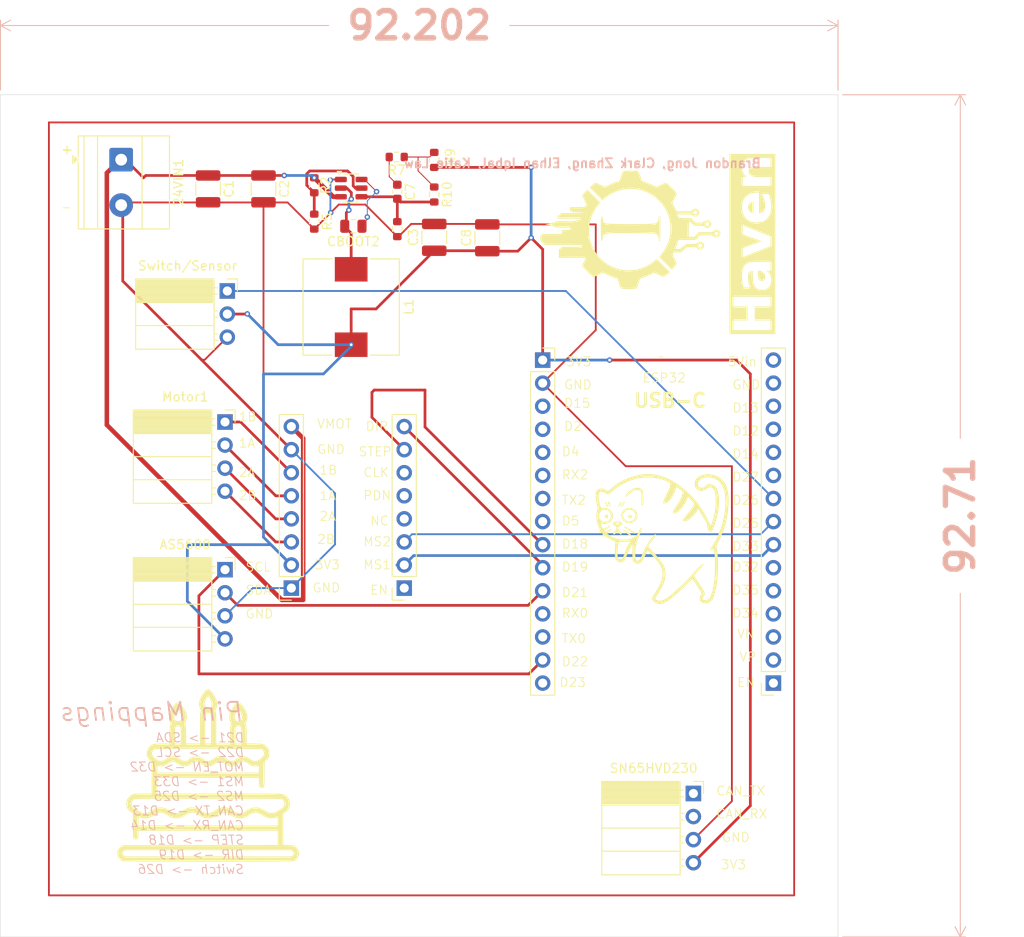
<source format=kicad_pcb>
(kicad_pcb (version 20241229) (generator "pcbnew") (generator_version "9.0")
  (layers (0 "F.Cu" signal) (2 "B.Cu" signal) (13 "F.Paste" user) (15 "B.Paste" user) (5 "F.SilkS" user "F.Silkscreen") (7 "B.SilkS" user "B.Silkscreen") (1 "F.Mask" user) (3 "B.Mask" user) (25 "Edge.Cuts" user))
  (net 0 "")
  (net 1 "GND")
  (net 2 "/ESP32+CAN+TMC2208/+24V_PROT")
  (net 3 "/ESP32+CAN+TMC2208/3V3")
  (net 4 "/ESP32+CAN+TMC2208/D21 (SDA)")
  (net 5 "/ESP32+CAN+TMC2208/D22 (SCL)")
  (net 6 "/ESP32+CAN+TMC2208/FB")
  (net 7 "Net-(C7-Pad1)")
  (net 8 "Net-(U1-BOOT)")
  (net 9 "/ESP32+CAN+TMC2208/SW")
  (net 10 "/ESP32+CAN+TMC2208/DIR")
  (net 12 "/ESP32+CAN+TMC2208/STEP")
  (net 13 "/ESP32+CAN+TMC2208/MOTOR_EN")
  (net 14 "/ESP32+CAN+TMC2208/MS2")
  (net 15 "/ESP32+CAN+TMC2208/CAN_TX")
  (net 16 "/ESP32+CAN+TMC2208/CAN_RX")
  (net 17 "/ESP32+CAN+TMC2208/2B")
  (net 18 "/ESP32+CAN+TMC2208/1B")
  (net 19 "/ESP32+CAN+TMC2208/2A")
  (net 20 "/ESP32+CAN+TMC2208/1A")
  (net 21 "/ESP32+CAN+TMC2208/EN")
  (net 22 "Net-(R10-Pad1)")
  (net 23 "/ESP32+CAN+TMC2208/CLK")
  (net 24 "/ESP32+CAN+TMC2208/PDN")
  (net 25 "/ESP32+CAN+TMC2208/NC")
  (net 29 "/ESP32+CAN+TMC2208/D26")
  (net 33 "/ESP32+CAN+TMC2208/MS1")
  (net 47 "/ESP32+CAN+TMC2208/MOT_EN")
  (footprint "Resistor_SMD:R_0603_1608Metric" (layer "F.Cu") (at 88.392 77.025 -90)
    (property "Reference" "R2" (at 0 -1.27 90) (layer "F.SilkS"))
    (property "Value" "511k")
    (pad "1" smd roundrect (at -0.825 0 270) (size 0.8 0.95) (layers "F.Cu" "F.Mask" "F.Paste") (net 2 "/ESP32+CAN+TMC2208/+24V_PROT"))
    (pad "2" smd roundrect (at 0.825 0 270) (size 0.8 0.95) (layers "F.Cu" "F.Mask" "F.Paste") (net 21 "/ESP32+CAN+TMC2208/EN"))
  )
  (footprint "Inductor_SMD:L_10.4x10.4_H4.8" (layer "F.Cu") (at 92.456 90.424 -90)
    (property "Reference" "L1" (at 0 -6.35 270) (layer "F.SilkS"))
    (property "Value" "10uH")
    (pad "1" smd rect (at -4.15 0 270) (size 2.7 3.6) (layers "F.Cu" "F.Mask" "F.Paste") (net 9 "/ESP32+CAN+TMC2208/SW"))
    (pad "2" smd rect (at 4.15 0 270) (size 2.7 3.6) (layers "F.Cu" "F.Mask" "F.Paste") (net 3 "/ESP32+CAN+TMC2208/3V3"))
  )
  (footprint "TerminalBlock_Phoenix:TerminalBlock_Phoenix_MKDS-1,5-2_1x02_P5.00mm_Horizontal" (layer "F.Cu") (at 67.1375 74.208 -90)
    (property "Reference" "24VIN1" (at 2.5 -6.32 90) (layer "F.SilkS"))
    (property "Value" "Conn_01x02")
    (pad "1" thru_hole roundrect (at 0 0 270) (size 2.6 2.6) (drill 1.3) (layers "*.Cu" "*.Mask") (roundrect_rratio 0.096154) (net 2 "/ESP32+CAN+TMC2208/+24V_PROT"))
    (pad "2" thru_hole circle (at 5 0 270) (size 2.6 2.6) (drill 1.3) (layers "*.Cu" "*.Mask") (net 1 "GND"))
  )
  (footprint "Resistor_SMD:R_0603_1608Metric" (layer "F.Cu") (at 97.536 81.851 -90)
    (property "Reference" "R8" (hide yes))
    (property "Value" "22.1k")
    (pad "1" smd roundrect (at -0.825 0 270) (size 0.8 0.95) (layers "F.Cu" "F.Mask" "F.Paste") (net 6 "/ESP32+CAN+TMC2208/FB"))
    (pad "2" smd roundrect (at 0.825 0 270) (size 0.8 0.95) (layers "F.Cu" "F.Mask" "F.Paste") (net 1 "GND"))
  )
  (footprint "Connector_PinSocket_2.54mm:PinSocket_1x04_P2.54mm_Horizontal" (layer "F.Cu") (at 78.568 103.084)
    (property "Reference" "Motor1" (at -4.38 -2.77 0) (layer "F.SilkS"))
    (property "Value" "Conn_01x04_Socket" (hide yes))
    (pad "1" thru_hole rect (at 0 0) (size 1.7 1.7) (drill 1) (layers "*.Cu" "*.Mask") (net 18 "/ESP32+CAN+TMC2208/1B"))
    (pad "2" thru_hole circle (at 0 2.54) (size 1.7 1.7) (drill 1) (layers "*.Cu" "*.Mask") (net 20 "/ESP32+CAN+TMC2208/1A"))
    (pad "3" thru_hole circle (at 0 5.08) (size 1.7 1.7) (drill 1) (layers "*.Cu" "*.Mask") (net 19 "/ESP32+CAN+TMC2208/2A"))
    (pad "4" thru_hole circle (at 0 7.62) (size 1.7 1.7) (drill 1) (layers "*.Cu" "*.Mask") (net 17 "/ESP32+CAN+TMC2208/2B"))
  )
  (footprint "Resistor_SMD:R_0603_1608Metric" (layer "F.Cu") (at 101.6 78.041 -90)
    (property "Reference" "R10" (at 0 -1.43 90) (layer "F.SilkS"))
    (property "Value" "100k")
    (pad "1" smd roundrect (at -0.825 0 270) (size 0.8 0.95) (layers "F.Cu" "F.Mask" "F.Paste") (net 22 "Net-(R10-Pad1)"))
    (pad "2" smd roundrect (at 0.825 0 270) (size 0.8 0.95) (layers "F.Cu" "F.Mask" "F.Paste") (net 6 "/ESP32+CAN+TMC2208/FB"))
  )
  (footprint "Connector_PinSocket_2.54mm:PinSocket_1x15_P2.54mm_Vertical" (layer "F.Cu") (at 138.938 131.826 180)
    (property "Reference" "J1" (hide yes))
    (property "Value" "Conn_01x15_Socket" (hide yes))
    (pad "1" thru_hole rect (at 0 0 180) (size 1.7 1.7) (drill 1) (layers "*.Cu" "*.Mask"))
    (pad "2" thru_hole circle (at 0 2.54 180) (size 1.7 1.7) (drill 1) (layers "*.Cu" "*.Mask"))
    (pad "3" thru_hole circle (at 0 5.08 180) (size 1.7 1.7) (drill 1) (layers "*.Cu" "*.Mask"))
    (pad "4" thru_hole circle (at 0 7.62 180) (size 1.7 1.7) (drill 1) (layers "*.Cu" "*.Mask"))
    (pad "5" thru_hole circle (at 0 10.16 180) (size 1.7 1.7) (drill 1) (layers "*.Cu" "*.Mask"))
    (pad "6" thru_hole circle (at 0 12.7 180) (size 1.7 1.7) (drill 1) (layers "*.Cu" "*.Mask") (net 13 "/ESP32+CAN+TMC2208/MOTOR_EN"))
    (pad "7" thru_hole circle (at 0 15.24 180) (size 1.7 1.7) (drill 1) (layers "*.Cu" "*.Mask") (net 33 "/ESP32+CAN+TMC2208/MS1"))
    (pad "8" thru_hole circle (at 0 17.78 180) (size 1.7 1.7) (drill 1) (layers "*.Cu" "*.Mask") (net 14 "/ESP32+CAN+TMC2208/MS2"))
    (pad "9" thru_hole circle (at 0 20.32 180) (size 1.7 1.7) (drill 1) (layers "*.Cu" "*.Mask") (net 29 "/ESP32+CAN+TMC2208/D26"))
    (pad "10" thru_hole circle (at 0 22.86 180) (size 1.7 1.7) (drill 1) (layers "*.Cu" "*.Mask"))
    (pad "11" thru_hole circle (at 0 25.4 180) (size 1.7 1.7) (drill 1) (layers "*.Cu" "*.Mask") (net 16 "/ESP32+CAN+TMC2208/CAN_RX"))
    (pad "12" thru_hole circle (at 0 27.94 180) (size 1.7 1.7) (drill 1) (layers "*.Cu" "*.Mask"))
    (pad "13" thru_hole circle (at 0 30.48 180) (size 1.7 1.7) (drill 1) (layers "*.Cu" "*.Mask") (net 15 "/ESP32+CAN+TMC2208/CAN_TX"))
    (pad "14" thru_hole circle (at 0 33.02 180) (size 1.7 1.7) (drill 1) (layers "*.Cu" "*.Mask"))
    (pad "15" thru_hole circle (at 0 35.56 180) (size 1.7 1.7) (drill 1) (layers "*.Cu" "*.Mask"))
  )
  (footprint "Connector_PinSocket_2.54mm:PinSocket_1x08_P2.54mm_Vertical" (layer "F.Cu") (at 98.298 121.366749 180)
    (property "Reference" "TMC2208_IO1" (hide yes))
    (property "Value" "Conn_01x08_Socket" (hide yes))
    (pad "1" thru_hole rect (at 0 0 180) (size 1.7 1.7) (drill 1) (layers "*.Cu" "*.Mask") (net 47 "/ESP32+CAN+TMC2208/MOT_EN"))
    (pad "2" thru_hole circle (at 0 2.54 180) (size 1.7 1.7) (drill 1) (layers "*.Cu" "*.Mask") (net 33 "/ESP32+CAN+TMC2208/MS1"))
    (pad "3" thru_hole circle (at 0 5.08 180) (size 1.7 1.7) (drill 1) (layers "*.Cu" "*.Mask") (net 14 "/ESP32+CAN+TMC2208/MS2"))
    (pad "4" thru_hole circle (at 0 7.62 180) (size 1.7 1.7) (drill 1) (layers "*.Cu" "*.Mask") (net 25 "/ESP32+CAN+TMC2208/NC"))
    (pad "5" thru_hole circle (at 0 10.16 180) (size 1.7 1.7) (drill 1) (layers "*.Cu" "*.Mask") (net 24 "/ESP32+CAN+TMC2208/PDN"))
    (pad "6" thru_hole circle (at 0 12.7 180) (size 1.7 1.7) (drill 1) (layers "*.Cu" "*.Mask") (net 23 "/ESP32+CAN+TMC2208/CLK"))
    (pad "7" thru_hole circle (at 0 15.24 180) (size 1.7 1.7) (drill 1) (layers "*.Cu" "*.Mask") (net 12 "/ESP32+CAN+TMC2208/STEP"))
    (pad "8" thru_hole circle (at 0 17.78 180) (size 1.7 1.7) (drill 1) (layers "*.Cu" "*.Mask") (net 10 "/ESP32+CAN+TMC2208/DIR"))
  )
  (footprint "Connector_PinSocket_2.54mm:PinSocket_1x08_P2.54mm_Vertical" (layer "F.Cu") (at 85.871523 121.366749 180)
    (property "Reference" "TMC2208_PWR1" (hide yes))
    (property "Value" "Conn_01x08_Socket" (hide yes))
    (pad "1" thru_hole rect (at 0 0 180) (size 1.7 1.7) (drill 1) (layers "*.Cu" "*.Mask") (net 1 "GND"))
    (pad "2" thru_hole circle (at 0 2.54 180) (size 1.7 1.7) (drill 1) (layers "*.Cu" "*.Mask") (net 3 "/ESP32+CAN+TMC2208/3V3"))
    (pad "3" thru_hole circle (at 0 5.08 180) (size 1.7 1.7) (drill 1) (layers "*.Cu" "*.Mask") (net 17 "/ESP32+CAN+TMC2208/2B"))
    (pad "4" thru_hole circle (at 0 7.62 180) (size 1.7 1.7) (drill 1) (layers "*.Cu" "*.Mask") (net 19 "/ESP32+CAN+TMC2208/2A"))
    (pad "5" thru_hole circle (at 0 10.16 180) (size 1.7 1.7) (drill 1) (layers "*.Cu" "*.Mask") (net 20 "/ESP32+CAN+TMC2208/1A"))
    (pad "6" thru_hole circle (at 0 12.7 180) (size 1.7 1.7) (drill 1) (layers "*.Cu" "*.Mask") (net 18 "/ESP32+CAN+TMC2208/1B"))
    (pad "7" thru_hole circle (at 0 15.24 180) (size 1.7 1.7) (drill 1) (layers "*.Cu" "*.Mask") (net 1 "GND"))
    (pad "8" thru_hole circle (at 0 17.78 180) (size 1.7 1.7) (drill 1) (layers "*.Cu" "*.Mask") (net 2 "/ESP32+CAN+TMC2208/+24V_PROT"))
  )
  (footprint "Capacitor_SMD:C_1210_3225Metric" (layer "F.Cu") (at 82.804 77.421 -90)
    (property "Reference" "C2" (at 0 -2.3 90) (layer "F.SilkS"))
    (property "Value" "0.1uF")
    (pad "1" smd roundrect (at -1.475 0 270) (size 1.15 2.7) (layers "F.Cu" "F.Mask" "F.Paste") (roundrect_rratio 0.217391) (net 2 "/ESP32+CAN+TMC2208/+24V_PROT"))
    (pad "2" smd roundrect (at 1.475 0 270) (size 1.15 2.7) (layers "F.Cu" "F.Mask" "F.Paste") (roundrect_rratio 0.217391) (net 1 "GND"))
  )
  (footprint "logos:cake_icon" (layer "F.Cu") (at 76.708 141.986)
    (property "Reference" "G***" (hide yes))
    (property "Value" "LOGO" (hide yes))
  )
  (footprint "Connector_PinSocket_2.54mm:PinSocket_1x04_P2.54mm_Horizontal" (layer "F.Cu") (at 78.568 119.34)
    (property "Reference" "AS5600" (at -4.38 -2.77 0) (layer "F.SilkS"))
    (property "Value" "Conn_01x04_Socket" (hide yes))
    (pad "1" thru_hole rect (at 0 0) (size 1.7 1.7) (drill 1) (layers "*.Cu" "*.Mask") (net 5 "/ESP32+CAN+TMC2208/D22 (SCL)"))
    (pad "2" thru_hole circle (at 0 2.54) (size 1.7 1.7) (drill 1) (layers "*.Cu" "*.Mask") (net 4 "/ESP32+CAN+TMC2208/D21 (SDA)"))
    (pad "3" thru_hole circle (at 0 5.08) (size 1.7 1.7) (drill 1) (layers "*.Cu" "*.Mask") (net 1 "GND"))
    (pad "4" thru_hole circle (at 0 7.62) (size 1.7 1.7) (drill 1) (layers "*.Cu" "*.Mask") (net 3 "/ESP32+CAN+TMC2208/3V3"))
  )
  (footprint "Package_TO_SOT_SMD:SOT-23-6" (layer "F.Cu") (at 92.456 77.3375)
    (property "Reference" "U1" (hide yes))
    (property "Value" "TPS54308" (hide yes))
    (pad "1" smd roundrect (at -1.1375 -0.95) (size 1.325 0.6) (layers "F.Cu" "F.Mask" "F.Paste") (net 1 "GND"))
    (pad "2" smd roundrect (at -1.1375 0) (size 1.325 0.6) (layers "F.Cu" "F.Mask" "F.Paste") (net 9 "/ESP32+CAN+TMC2208/SW"))
    (pad "3" smd roundrect (at -1.1375 0.95) (size 1.325 0.6) (layers "F.Cu" "F.Mask" "F.Paste") (net 2 "/ESP32+CAN+TMC2208/+24V_PROT"))
    (pad "4" smd roundrect (at 1.1375 0.95) (size 1.325 0.6) (layers "F.Cu" "F.Mask" "F.Paste") (net 6 "/ESP32+CAN+TMC2208/FB"))
    (pad "5" smd roundrect (at 1.1375 0) (size 1.325 0.6) (layers "F.Cu" "F.Mask" "F.Paste") (net 21 "/ESP32+CAN+TMC2208/EN"))
    (pad "6" smd roundrect (at 1.1375 -0.95) (size 1.325 0.6) (layers "F.Cu" "F.Mask" "F.Paste") (net 8 "Net-(U1-BOOT)"))
  )
  (footprint "Capacitor_SMD:C_1210_3225Metric" (layer "F.Cu") (at 76.708 77.421 -90)
    (property "Reference" "C1" (at 0 -2.3 90) (layer "F.SilkS"))
    (property "Value" "2.2uF")
    (pad "1" smd roundrect (at -1.475 0 270) (size 1.15 2.7) (layers "F.Cu" "F.Mask" "F.Paste") (roundrect_rratio 0.217391) (net 2 "/ESP32+CAN+TMC2208/+24V_PROT"))
    (pad "2" smd roundrect (at 1.475 0 270) (size 1.15 2.7) (layers "F.Cu" "F.Mask" "F.Paste") (roundrect_rratio 0.217391) (net 1 "GND"))
  )
  (footprint "logos:cat" (layer "F.Cu") (at 126.746 116.078)
    (property "Reference" "G***" (hide yes))
    (property "Value" "LOGO" (hide yes))
  )
  (footprint "Resistor_SMD:R_0603_1608Metric" (layer "F.Cu") (at 101.6 74.231 90)
    (property "Reference" "R9" (at 0.317 1.778 90) (layer "F.SilkS"))
    (property "Value" "49.9")
    (pad "1" smd roundrect (at -0.825 0 90) (size 0.8 0.95) (layers "F.Cu" "F.Mask" "F.Paste") (net 3 "/ESP32+CAN+TMC2208/3V3"))
    (pad "2" smd roundrect (at 0.825 0 90) (size 0.8 0.95) (layers "F.Cu" "F.Mask" "F.Paste") (net 22 "Net-(R10-Pad1)"))
  )
  (footprint "Connector_PinSocket_2.54mm:PinSocket_1x04_P2.54mm_Horizontal" (layer "F.Cu") (at 130.13 143.978)
    (property "Reference" "SN65HVD230" (at -4.38 -2.77 0) (layer "F.SilkS"))
    (property "Value" "Conn_01x04_Socket" (hide yes))
    (pad "1" thru_hole rect (at 0 0) (size 1.7 1.7) (drill 1) (layers "*.Cu" "*.Mask"))
    (pad "2" thru_hole circle (at 0 2.54) (size 1.7 1.7) (drill 1) (layers "*.Cu" "*.Mask"))
    (pad "3" thru_hole circle (at 0 5.08) (size 1.7 1.7) (drill 1) (layers "*.Cu" "*.Mask") (net 1 "GND"))
    (pad "4" thru_hole circle (at 0 7.62) (size 1.7 1.7) (drill 1) (layers "*.Cu" "*.Mask") (net 3 "/ESP32+CAN+TMC2208/3V3"))
  )
  (footprint "Resistor_SMD:R_0603_1608Metric" (layer "F.Cu") (at 88.392 81.026 -90)
    (property "Reference" "R5" (at 0 -1.43 90) (layer "F.SilkS"))
    (property "Value" "105k")
    (pad "1" smd roundrect (at -0.825 0 270) (size 0.8 0.95) (layers "F.Cu" "F.Mask" "F.Paste") (net 21 "/ESP32+CAN+TMC2208/EN"))
    (pad "2" smd roundrect (at 0.825 0 270) (size 0.8 0.95) (layers "F.Cu" "F.Mask" "F.Paste") (net 1 "GND"))
  )
  (footprint "logos:igen_logo" (layer "F.Cu") (at 123.19 81.788 90)
    (property "Reference" "G***" (hide yes))
    (property "Value" "LOGO" (hide yes))
  )
  (footprint "Capacitor_SMD:C_1210_3225Metric" (layer "F.Cu") (at 101.6 82.755 90)
    (property "Reference" "C3" (at 0 -2.3 90) (layer "F.SilkS"))
    (property "Value" "22uF")
    (pad "1" smd roundrect (at -1.475 0 90) (size 1.15 2.7) (layers "F.Cu" "F.Mask" "F.Paste") (roundrect_rratio 0.217391) (net 3 "/ESP32+CAN+TMC2208/3V3"))
    (pad "2" smd roundrect (at 1.475 0 90) (size 1.15 2.7) (layers "F.Cu" "F.Mask" "F.Paste") (roundrect_rratio 0.217391) (net 1 "GND"))
  )
  (footprint "Capacitor_SMD:C_0805_2012Metric" (layer "F.Cu") (at 92.697 81.534 180)
    (property "Reference" "CBOOT2" (at 0 -1.68 180) (layer "F.SilkS"))
    (property "Value" "100n")
    (pad "1" smd roundrect (at -0.95 0 180) (size 1 1.45) (layers "F.Cu" "F.Mask" "F.Paste") (net 8 "Net-(U1-BOOT)"))
    (pad "2" smd roundrect (at 0.95 0 180) (size 1 1.45) (layers "F.Cu" "F.Mask" "F.Paste") (net 9 "/ESP32+CAN+TMC2208/SW"))
  )
  (footprint "Resistor_SMD:R_0603_1608Metric" (layer "F.Cu") (at 97.473 73.914 180)
    (property "Reference" "R7" (at 0 -1.43 0) (layer "F.SilkS"))
    (property "Value" "2k")
    (pad "1" smd roundrect (at -0.825 0 180) (size 0.8 0.95) (layers "F.Cu" "F.Mask" "F.Paste") (net 22 "Net-(R10-Pad1)"))
    (pad "2" smd roundrect (at 0.825 0 180) (size 0.8 0.95) (layers "F.Cu" "F.Mask" "F.Paste") (net 7 "Net-(C7-Pad1)"))
  )
  (footprint "Connector_PinSocket_2.54mm:PinSocket_1x15_P2.54mm_Vertical" (layer "F.Cu") (at 113.538 96.266)
    (property "Reference" "J2" (hide yes))
    (property "Value" "Conn_01x15_Socket" (hide yes))
    (pad "1" thru_hole rect (at 0 0) (size 1.7 1.7) (drill 1) (layers "*.Cu" "*.Mask") (net 3 "/ESP32+CAN+TMC2208/3V3"))
    (pad "2" thru_hole circle (at 0 2.54) (size 1.7 1.7) (drill 1) (layers "*.Cu" "*.Mask") (net 1 "GND"))
    (pad "3" thru_hole circle (at 0 5.08) (size 1.7 1.7) (drill 1) (layers "*.Cu" "*.Mask"))
    (pad "4" thru_hole circle (at 0 7.62) (size 1.7 1.7) (drill 1) (layers "*.Cu" "*.Mask"))
    (pad "5" thru_hole circle (at 0 10.16) (size 1.7 1.7) (drill 1) (layers "*.Cu" "*.Mask"))
    (pad "6" thru_hole circle (at 0 12.7) (size 1.7 1.7) (drill 1) (layers "*.Cu" "*.Mask"))
    (pad "7" thru_hole circle (at 0 15.24) (size 1.7 1.7) (drill 1) (layers "*.Cu" "*.Mask"))
    (pad "8" thru_hole circle (at 0 17.78) (size 1.7 1.7) (drill 1) (layers "*.Cu" "*.Mask"))
    (pad "9" thru_hole circle (at 0 20.32) (size 1.7 1.7) (drill 1) (layers "*.Cu" "*.Mask") (net 12 "/ESP32+CAN+TMC2208/STEP"))
    (pad "10" thru_hole circle (at 0 22.86) (size 1.7 1.7) (drill 1) (layers "*.Cu" "*.Mask") (net 10 "/ESP32+CAN+TMC2208/DIR"))
    (pad "11" thru_hole circle (at 0 25.4) (size 1.7 1.7) (drill 1) (layers "*.Cu" "*.Mask") (net 4 "/ESP32+CAN+TMC2208/D21 (SDA)"))
    (pad "12" thru_hole circle (at 0 27.94) (size 1.7 1.7) (drill 1) (layers "*.Cu" "*.Mask"))
    (pad "13" thru_hole circle (at 0 30.48) (size 1.7 1.7) (drill 1) (layers "*.Cu" "*.Mask"))
    (pad "14" thru_hole circle (at 0 33.02) (size 1.7 1.7) (drill 1) (layers "*.Cu" "*.Mask") (net 5 "/ESP32+CAN+TMC2208/D22 (SCL)"))
    (pad "15" thru_hole circle (at 0 35.56) (size 1.7 1.7) (drill 1) (layers "*.Cu" "*.Mask"))
  )
  (footprint "Connector_PinSocket_2.54mm:PinSocket_1x03_P2.54mm_Horizontal" (layer "F.Cu") (at 78.822 88.661)
    (property "Reference" "Switch/Sensor" (at -4.38 -2.77 0) (layer "F.SilkS"))
    (property "Value" "Conn_01x03_Socket")
    (pad "1" thru_hole rect (at 0 0) (size 1.7 1.7) (drill 1) (layers "*.Cu" "*.Mask") (net 29 "/ESP32+CAN+TMC2208/D26"))
    (pad "2" thru_hole circle (at 0 2.54) (size 1.7 1.7) (drill 1) (layers "*.Cu" "*.Mask") (net 3 "/ESP32+CAN+TMC2208/3V3"))
    (pad "3" thru_hole circle (at 0 5.08) (size 1.7 1.7) (drill 1) (layers "*.Cu" "*.Mask") (net 1 "GND"))
  )
  (footprint "Capacitor_SMD:C_0603_1608Metric" (layer "F.Cu") (at 97.536 77.737 -90)
    (property "Reference" "C7" (at 0 -1.43 90) (layer "F.SilkS"))
    (property "Value" "75pF")
    (pad "1" smd roundrect (at -0.775 0 270) (size 0.9 0.95) (layers "F.Cu" "F.Mask" "F.Paste") (net 7 "Net-(C7-Pad1)"))
    (pad "2" smd roundrect (at 0.775 0 270) (size 0.9 0.95) (layers "F.Cu" "F.Mask" "F.Paste") (net 6 "/ESP32+CAN+TMC2208/FB"))
  )
  (footprint "Capacitor_SMD:C_1210_3225Metric" (layer "F.Cu") (at 107.442 82.804 90)
    (property "Reference" "C8" (at 0 -2.3 90) (layer "F.SilkS"))
    (property "Value" "22uF")
    (pad "1" smd roundrect (at -1.475 0 90) (size 1.15 2.7) (layers "F.Cu" "F.Mask" "F.Paste") (roundrect_rratio 0.217391) (net 3 "/ESP32+CAN+TMC2208/3V3"))
    (pad "2" smd roundrect (at 1.475 0 90) (size 1.15 2.7) (layers "F.Cu" "F.Mask" "F.Paste") (roundrect_rratio 0.217391) (net 1 "GND"))
  )
  (gr_rect (start 59.182 70.104) (end 141.224 155.194) (stroke (width 0.2)) (fill no) (layer "F.Cu"))
  (gr_rect (start 53.848 67.056) (end 146.05 159.766) (stroke (width 0.05)) (fill no) (layer "Edge.Cuts"))
  (gr_text "D18" (at 115.57 117.094 0) (layer "F.SilkS") (effects (font (size 1 1) (thickness 0.1)) (justify left bottom)))
  (gr_text "3V3" (at 133.096 152.4 0) (layer "F.SilkS") (effects (font (size 1 1) (thickness 0.1)) (justify left bottom)))
  (gr_text "D4" (at 115.57 106.934 0) (layer "F.SilkS") (effects (font (size 1 1) (thickness 0.1)) (justify left bottom)))
  (gr_text "STEP" (at 93.218 106.934 0) (layer "F.SilkS") (effects (font (size 1 1) (thickness 0.1)) (justify left bottom)))
  (gr_text "USB-C" (at 123.444 101.6 0) (layer "F.SilkS") (effects (font (size 1.5 1.5) (thickness 0.3) (bold yes)) (justify left bottom)))
  (gr_text "GND\n" (at 88.646 106.68 0) (layer "F.SilkS") (effects (font (size 1 1) (thickness 0.1)) (justify left bottom)))
  (gr_text "GND" (at 134.366 99.568 0) (layer "F.SilkS") (effects (font (size 1 1) (thickness 0.1)) (justify left bottom)))
  (gr_text "MS2" (at 93.726 116.84 0) (layer "F.SilkS") (effects (font (size 1 1) (thickness 0.1)) (justify left bottom)))
  (gr_text "D22" (at 115.57 130.048 0) (layer "F.SilkS") (effects (font (size 1 1) (thickness 0.1)) (justify left bottom)))
  (gr_text "D12" (at 134.366 104.648 0) (layer "F.SilkS") (effects (font (size 1 1) (thickness 0.1)) (justify left bottom)))
  (gr_text "D34" (at 134.366 124.714 0) (layer "F.SilkS") (effects (font (size 1 1) (thickness 0.1)) (justify left bottom)))
  (gr_text "GND" (at 88.138 121.92 0) (layer "F.SilkS") (effects (font (size 1 1) (thickness 0.1)) (justify left bottom)))
  (gr_text "3V3" (at 88.392 119.38 0) (layer "F.SilkS") (effects (font (size 1 1) (thickness 0.1)) (justify left bottom)))
  (gr_text "TX2" (at 115.57 112.268 0) (layer "F.SilkS") (effects (font (size 1 1) (thickness 0.1)) (justify left bottom)))
  (gr_text "2A" (at 88.9 114.046 0) (layer "F.SilkS") (effects (font (size 1 1) (thickness 0.1)) (justify left bottom)))
  (gr_text "D26" (at 134.366 112.268 0) (layer "F.SilkS") (effects (font (size 1 1) (thickness 0.1)) (justify left bottom)))
  (gr_text "+" (at 60.452 73.66 0) (layer "F.SilkS") (effects (font (size 1 1) (thickness 0.2) (bold yes)) (justify left bottom)))
  (gr_text "Haven" (at 134.62 93.472 90) (layer "F.SilkS" knockout) (effects (font (size 4 4) (thickness 0.4) (bold yes)) (justify left top)))
  (gr_text "VN" (at 134.874 127 0) (layer "F.SilkS") (effects (font (size 1 1) (thickness 0.1)) (justify left bottom)))
  (gr_text "TX0" (at 115.57 127.508 0) (layer "F.SilkS") (effects (font (size 1 1) (thickness 0.1)) (justify left bottom)))
  (gr_text "2B" (at 88.646 116.586 0) (layer "F.SilkS") (effects (font (size 1 1) (thickness 0.1)) (justify left bottom)))
  (gr_text "NC" (at 94.488 114.554 0) (layer "F.SilkS") (effects (font (size 1 1) (thickness 0.1)) (justify left bottom)))
  (gr_text "3V3" (at 116.078 97.028 0) (layer "F.SilkS") (effects (font (size 1 1) (thickness 0.1)) (justify left bottom)))
  (gr_text "2A" (at 80.01 109.22 0) (layer "F.SilkS") (effects (font (size 1 1) (thickness 0.1)) (justify left bottom)))
  (gr_text "SCL" (at 80.772 119.634 0) (layer "F.SilkS") (effects (font (size 1 1) (thickness 0.1)) (justify left bottom)))
  (gr_text "D15" (at 115.824 101.6 0) (layer "F.SilkS") (effects (font (size 1 1) (thickness 0.1)) (justify left bottom)))
  (gr_text "GND" (at 133.218 149.394 0) (layer "F.SilkS") (effects (font (size 1 1) (thickness 0.1)) (justify left bottom)))
  (gr_text "2B" (at 80.01 111.76 0) (layer "F.SilkS") (effects (font (size 1 1) (thickness 0.1)) (justify left bottom)))
  (gr_text "RX0" (at 115.57 124.714 0) (layer "F.SilkS") (effects (font (size 1 1) (thickness 0.1)) (justify left bottom)))
  (gr_text "CLK" (at 93.726 109.22 0) (layer "F.SilkS") (effects (font (size 1 1) (thickness 0.1)) (justify left bottom)))
  (gr_text "GND" (at 80.772 124.78 0) (layer "F.SilkS") (effects (font (size 1 1) (thickness 0.1)) (justify left bottom)))
  (gr_text "D19" (at 115.57 119.634 0) (layer "F.SilkS") (effects (font (size 1 1) (thickness 0.1)) (justify left bottom)))
  (gr_text "1B" (at 80.01 103.084 0) (layer "F.SilkS") (effects (font (size 1 1) (thickness 0.1)) (justify left bottom)))
  (gr_text "D25" (at 134.366 114.808 0) (layer "F.SilkS") (effects (font (size 1 1) (thickness 0.1)) (justify left bottom)))
  (gr_text "D5" (at 115.57 114.554 0) (layer "F.SilkS") (effects (font (size 1 1) (thickness 0.1)) (justify left bottom)))
  (gr_text "D32" (at 134.366 119.634 0) (layer "F.SilkS") (effects (font (size 1 1) (thickness 0.1)) (justify left bottom)))
  (gr_text "D2" (at 115.824 104.14 0) (layer "F.SilkS") (effects (font (size 1 1) (thickness 0.1)) (justify left bottom)))
  (gr_text "D14" (at 134.366 107.188 0) (layer "F.SilkS") (effects (font (size 1 1) (thickness 0.1)) (justify left bottom)))
  (gr_text "RX2" (at 115.57 109.474 0) (layer "F.SilkS") (effects (font (size 1 1) (thickness 0.1)) (justify left bottom)))
  (gr_text "SDA" (at 80.772 122.174 0) (layer "F.SilkS") (effects (font (size 1 1) (thickness 0.1)) (justify left bottom)))
  (gr_text "CAN_RX" (at 132.588 146.812 0) (layer "F.SilkS") (effects (font (size 1 1) (thickness 0.1)) (justify left bottom)))
  (gr_text "D21" (at 115.57 122.428 0) (layer "F.SilkS") (effects (font (size 1 1) (thickness 0.1)) (justify left bottom)))
  (gr_text "EN" (at 134.874 132.334 0) (layer "F.SilkS") (effects (font (size 1 1) (thickness 0.1)) (justify left bottom)))
  (gr_text "D35" (at 134.366 122.174 0) (layer "F.SilkS") (effects (font (size 1 1) (thickness 0.1)) (justify left bottom)))
  (gr_text "1A" (at 88.9 111.76 0) (layer "F.SilkS") (effects (font (size 1 1) (thickness 0.1)) (justify left bottom)))
  (gr_text "1A" (at 80.01 105.984 0) (layer "F.SilkS") (effects (font (size 1 1) (thickness 0.1)) (justify left bottom)))
  (gr_text "VP" (at 135.128 129.54 0) (layer "F.SilkS") (effects (font (size 1 1) (thickness 0.1)) (justify left bottom)))
  (gr_text "VMOT\n" (at 88.646 103.886 0) (layer "F.SilkS") (effects (font (size 1 1) (thickness 0.1)) (justify left bottom)))
  (gr_text "DIR" (at 93.98 104.14 0) (layer "F.SilkS") (effects (font (size 1 1) (thickness 0.1)) (justify left bottom)))
  (gr_text "5Vin" (at 133.858 97.028 0) (layer "F.SilkS") (effects (font (size 1 1) (thickness 0.1)) (justify left bottom)))
  (gr_text "-" (at 60.452 80.01 0) (layer "F.SilkS") (effects (font (size 1 1) (thickness 0.1)) (justify left bottom)))
  (gr_text "ESP32" (at 124.46 98.806 0) (layer "F.SilkS") (effects (font (size 1 1) (thickness 0.1)) (justify left bottom)))
  (gr_text "D23" (at 115.316 132.334 0) (layer "F.SilkS") (effects (font (size 1 1) (thickness 0.1)) (justify left bottom)))
  (gr_text "1B" (at 88.9 108.966 0) (layer "F.SilkS") (effects (font (size 1 1) (thickness 0.1)) (justify left bottom)))
  (gr_text "MS1" (at 93.726 119.38 0) (layer "F.SilkS") (effects (font (size 1 1) (thickness 0.1)) (justify left bottom)))
  (gr_text "PDN" (at 93.726 111.76 0) (layer "F.SilkS") (effects (font (size 1 1) (thickness 0.1)) (justify left bottom)))
  (gr_text "D33" (at 134.366 117.348 0) (layer "F.SilkS") (effects (font (size 1 1) (thickness 0.1)) (justify left bottom)))
  (gr_text "D13" (at 134.366 102.108 0) (layer "F.SilkS") (effects (font (size 1 1) (thickness 0.1)) (justify left bottom)))
  (gr_text "CAN_TX" (at 132.588 144.272 0) (layer "F.SilkS") (effects (font (size 1 1) (thickness 0.1)) (justify left bottom)))
  (gr_text "D27" (at 134.366 109.728 0) (layer "F.SilkS") (effects (font (size 1 1) (thickness 0.1)) (justify left bottom)))
  (gr_text "GND" (at 115.824 99.568 0) (layer "F.SilkS") (effects (font (size 1 1) (thickness 0.1)) (justify left bottom)))
  (gr_text "^\n" (at 126.238 97.028 0) (layer "F.SilkS") (effects (font (size 1 1) (thickness 0.1)) (justify left bottom)))
  (gr_text "EN" (at 94.488 122.174 0) (layer "F.SilkS") (effects (font (size 1 1) (thickness 0.1)) (justify left bottom)))
  (gr_text "Brandon Jong, Clark Zhang, Elhan Iqbal, Katie Law" (at 137.668 75.184 0) (layer "B.SilkS") (effects (font (size 1 1) (thickness 0.2) (bold yes)) (justify left bottom mirror)))
  (gr_text "Pin Mappings " (at 80.772 136.144 0) (layer "B.SilkS") (effects (font (size 2 2) (thickness 0.2) (bold yes) (italic yes)) (justify left bottom mirror)))
  (gr_text "D21 -> SDA\nD22 -> SCL\nMOT_EN -> D32\nMS1 -> D33\nMS2 -> D25\nCAN_TX -> D13\nCAN_RX -> D14\nSTEP -> D18\nDIR -> D19\nSwitch -> D26" (at 80.772 152.908 0) (layer "B.SilkS") (effects (font (size 1 1) (thickness 0.1) (italic yes)) (justify left bottom mirror)))
  (dimension (type aligned) (layer "B.SilkS") (pts (xy 146.05 67.056) (xy 146.05 159.766)) (height -13.462) (format (prefix "") (suffix "") (units 3) (units_format 0) (precision 4) (suppress_zeroes yes)) (style (thickness 0.1) (arrow_length 1.27) (text_position_mode 1) (arrow_direction outward) (extension_height 0.58642) (extension_offset 0.5) (keep_text_aligned yes)) (gr_text "92.71" (at 159.512 113.411 90) (layer "B.SilkS") (effects (font (size 3 3) (thickness 0.6) (bold yes)))))
  (dimension (type aligned) (layer "B.SilkS") (pts (xy 53.848 67.056) (xy 146.05 67.056)) (height -7.62) (format (prefix "") (suffix "") (units 3) (units_format 0) (precision 4) (suppress_zeroes yes)) (style (thickness 0.1) (arrow_length 1.27) (text_position_mode 1) (arrow_direction outward) (extension_height 0.58642) (extension_offset 0.5) (keep_text_aligned yes)) (gr_text "92.202" (at 99.949 59.436 0) (layer "B.SilkS") (effects (font (size 3 3) (thickness 0.6) (bold yes)))))
  (segment (start 88.392 81.851) (end 90.2015 80.0415) (width 0.2) (layer "F.Cu") (net 1))
  (segment (start 85.455 78.914) (end 88.392 81.851) (width 0.2) (layer "F.Cu") (net 1))
  (segment (start 97.536 82.676) (end 97.664 82.676) (width 0.2) (layer "F.Cu") (net 1))
  (segment (start 75.978387 96.233613) (end 85.871523 106.126749) (width 0.3) (layer "F.Cu") (net 1))
  (segment (start 107.393 81.28) (end 107.442 81.329) (width 0.2) (layer "F.Cu") (net 1))
  (segment (start 97.664 82.676) (end 99.06 81.28) (width 0.2) (layer "F.Cu") (net 1))
  (segment (start 113.538 98.806) (end 119.38 92.964) (width 0.2) (layer "F.Cu") (net 1))
  (segment (start 91.3185 76.3875) (end 90.2365 76.3875) (width 0.2) (layer "F.Cu") (net 1))
  (segment (start 85.871523 106.126749) (end 82.804 103.059226) (width 0.2) (layer "F.Cu") (net 1))
  (segment (start 76.329387 96.233613) (end 75.978387 96.233613) (width 0.2) (layer "F.Cu") (net 1))
  (segment (start 99.06 81.28) (end 101.6 81.28) (width 0.2) (layer "F.Cu") (net 1))
  (segment (start 130.13 149.058) (end 134.366 144.822) (width 0.2) (layer "F.Cu") (net 1))
  (segment (start 107.442 81.329) (end 119.38 81.329) (width 0.2) (layer "F.Cu") (net 1))
  (segment (start 97.536 82.676) (end 94.007 79.147) (width 0.2) (layer "F.Cu") (net 1))
  (segment (start 78.822 93.741) (end 76.329387 96.233613) (width 0.2) (layer "F.Cu") (net 1))
  (segment (start 91.096 79.147) (end 94.007 79.147) (width 0.2) (layer "F.Cu") (net 1))
  (segment (start 101.6 81.28) (end 107.393 81.28) (width 0.2) (layer "F.Cu") (net 1))
  (segment (start 82.804 103.059226) (end 82.804 78.896) (width 0.2) (layer "F.Cu") (net 1))
  (segment (start 134.366 107.95) (end 122.682 107.95) (width 0.2) (layer "F.Cu") (net 1))
  (segment (start 67.31 78.914) (end 67.31 87.565226) (width 0.3) (layer "F.Cu") (net 1))
  (segment (start 90.2015 80.0415) (end 91.096 79.147) (width 0.2) (layer "F.Cu") (net 1))
  (segment (start 134.366 144.822) (end 134.366 107.95) (width 0.2) (layer "F.Cu") (net 1))
  (segment (start 90.2365 76.3875) (end 90.17 76.454) (width 0.2) (layer "F.Cu") (net 1))
  (segment (start 67.31 78.914) (end 85.455 78.914) (width 0.2) (layer "F.Cu") (net 1))
  (segment (start 122.682 107.95) (end 113.538 98.806) (width 0.2) (layer "F.Cu") (net 1))
  (segment (start 67.31 87.565226) (end 75.978387 96.233613) (width 0.3) (layer "F.Cu") (net 1))
  (segment (start 119.38 92.964) (end 119.38 81.329) (width 0.2) (layer "F.Cu") (net 1))
  (via (at 90.2015 80.0415) (size 0.6) (drill 0.3) (layers "F.Cu" "B.Cu") (net 1))
  (via (at 90.17 76.454) (size 0.6) (drill 0.3) (layers "F.Cu" "B.Cu") (net 1))
  (segment (start 90.678 110.933226) (end 85.871523 106.126749) (width 0.2) (layer "B.Cu") (net 1))
  (segment (start 90.17 80.01) (end 90.2015 80.0415) (width 0.2) (layer "B.Cu") (net 1))
  (segment (start 90.17 76.454) (end 90.17 80.01) (width 0.2) (layer "B.Cu") (net 1))
  (segment (start 90.678 116.560272) (end 90.678 110.933226) (width 0.2) (layer "B.Cu") (net 1))
  (segment (start 85.871523 121.366749) (end 90.678 116.560272) (width 0.2) (layer "B.Cu") (net 1))
  (segment (start 78.568 124.42) (end 81.621251 121.366749) (width 0.2) (layer "B.Cu") (net 1))
  (segment (start 81.621251 121.366749) (end 85.871523 121.366749) (width 0.2) (layer "B.Cu") (net 1))
  (segment (start 84.821749 122.667749) (end 65.559 103.405) (width 0.5) (layer "F.Cu") (net 2))
  (segment (start 65.559 75.665) (end 67.31 73.914) (width 0.5) (layer "F.Cu") (net 2))
  (segment (start 69.85 75.946) (end 82.804 75.946) (width 0.3) (layer "F.Cu") (net 2))
  (segment (start 65.559 103.405) (end 65.559 75.665) (width 0.5) (layer "F.Cu") (net 2))
  (segment (start 87.172523 122.667749) (end 84.821749 122.667749) (width 0.5) (layer "F.Cu") (net 2))
  (segment (start 88.392 76.2) (end 90.4795 78.2875) (width 0.5) (layer "F.Cu") (net 2))
  (segment (start 85.871523 103.586749) (end 87.172523 104.887749) (width 0.5) (layer "F.Cu") (net 2))
  (segment (start 67.31 73.914) (end 69.596 76.2) (width 0.3) (layer "F.Cu") (net 2))
  (segment (start 90.4795 78.2875) (end 91.3185 78.2875) (width 0.5) (layer "F.Cu") (net 2))
  (segment (start 82.804 75.946) (end 85.09 75.946) (width 0.3) (layer "F.Cu") (net 2))
  (segment (start 69.596 76.2) (end 69.85 75.946) (width 0.3) (layer "F.Cu") (net 2))
  (segment (start 87.172523 104.887749) (end 87.172523 122.667749) (width 0.5) (layer "F.Cu") (net 2))
  (via (at 88.392 76.2) (size 0.6) (drill 0.3) (layers "F.Cu" "B.Cu") (net 2))
  (via (at 85.09 75.946) (size 0.6) (drill 0.3) (layers "F.Cu" "B.Cu") (net 2))
  (segment (start 85.09 75.946) (end 88.138 75.946) (width 0.3) (layer "B.Cu") (net 2))
  (segment (start 88.138 75.946) (end 88.392 76.2) (width 0.3) (layer "B.Cu") (net 2))
  (segment (start 113.538 84.074) (end 112.268 82.804) (width 0.3) (layer "F.Cu") (net 3))
  (segment (start 78.822 91.201) (end 81.011 91.201) (width 0.3) (layer "F.Cu") (net 3))
  (segment (start 113.538 96.266) (end 113.538 84.074) (width 0.3) (layer "F.Cu") (net 3))
  (segment (start 101.6 84.23) (end 107.393 84.23) (width 0.3) (layer "F.Cu") (net 3))
  (segment (start 136.398 145.33) (end 136.398 97.79) (width 0.3) (layer "F.Cu") (net 3))
  (segment (start 95.196 90.634) (end 101.6 84.23) (width 0.3) (layer "F.Cu") (net 3))
  (segment (start 92.456 90.634) (end 95.196 90.634) (width 0.3) (layer "F.Cu") (net 3))
  (segment (start 134.874 96.266) (end 136.398 97.79) (width 0.3) (layer "F.Cu") (net 3))
  (segment (start 107.442 84.279) (end 110.793 84.279) (width 0.3) (layer "F.Cu") (net 3))
  (segment (start 101.6 75.056) (end 112.268 75.056) (width 0.3) (layer "F.Cu") (net 3))
  (segment (start 107.393 84.23) (end 107.442 84.279) (width 0.3) (layer "F.Cu") (net 3))
  (segment (start 110.793 84.279) (end 112.268 82.804) (width 0.3) (layer "F.Cu") (net 3))
  (segment (start 130.13 151.598) (end 136.398 145.33) (width 0.3) (layer "F.Cu") (net 3))
  (segment (start 81.011 91.201) (end 81.026 91.186) (width 0.3) (layer "F.Cu") (net 3))
  (segment (start 92.456 90.634) (end 92.456 94.574) (width 0.3) (layer "F.Cu") (net 3))
  (segment (start 120.904 96.266) (end 134.874 96.266) (width 0.3) (layer "F.Cu") (net 3))
  (via (at 112.268 75.056) (size 0.6) (drill 0.3) (layers "F.Cu" "B.Cu") (net 3))
  (via (at 120.904 96.266) (size 0.6) (drill 0.3) (layers "F.Cu" "B.Cu") (net 3))
  (via (at 92.456 94.574) (size 0.6) (drill 0.3) (layers "F.Cu" "B.Cu") (net 3))
  (via (at 81.026 91.186) (size 0.6) (drill 0.3) (layers "F.Cu" "B.Cu") (net 3))
  (via (at 112.268 82.804) (size 0.6) (drill 0.3) (layers "F.Cu" "B.Cu") (net 3))
  (segment (start 82.804 97.79) (end 89.408 97.79) (width 0.3) (layer "B.Cu") (net 3))
  (segment (start 81.026 91.186) (end 84.414 94.574) (width 0.3) (layer "B.Cu") (net 3))
  (segment (start 112.268 82.804) (end 112.268 75.056) (width 0.3) (layer "B.Cu") (net 3))
  (segment (start 74.422 116.586) (end 83.630774 116.586) (width 0.3) (layer "B.Cu") (net 3))
  (segment (start 78.568 126.96) (end 74.422 122.814) (width 0.3) (layer "B.Cu") (net 3))
  (segment (start 85.871523 118.826749) (end 82.804 115.759226) (width 0.3) (layer "B.Cu") (net 3))
  (segment (start 84.414 94.574) (end 92.456 94.574) (width 0.3) (layer "B.Cu") (net 3))
  (segment (start 82.804 115.759226) (end 82.804 97.79) (width 0.3) (layer "B.Cu") (net 3))
  (segment (start 92.456 94.742) (end 92.456 94.574) (width 0.3) (layer "B.Cu") (net 3))
  (segment (start 83.630774 116.586) (end 85.871523 118.826749) (width 0.3) (layer "B.Cu") (net 3))
  (segment (start 74.422 122.814) (end 74.422 116.586) (width 0.3) (layer "B.Cu") (net 3))
  (segment (start 89.408 97.79) (end 92.456 94.742) (width 0.3) (layer "B.Cu") (net 3))
  (segment (start 113.538 96.266) (end 120.904 96.266) (width 0.3) (layer "B.Cu") (net 3))
  (segment (start 78.568 121.88) (end 79.956749 123.268749) (width 0.3) (layer "F.Cu") (net 4))
  (segment (start 111.935251 123.268749) (end 113.538 121.666) (width 0.3) (layer "F.Cu") (net 4))
  (segment (start 79.956749 123.268749) (end 111.935251 123.268749) (width 0.3) (layer "F.Cu") (net 4))
  (segment (start 75.692 122.216) (end 75.692 130.81) (width 0.3) (layer "F.Cu") (net 5))
  (segment (start 78.568 119.34) (end 75.692 122.216) (width 0.3) (layer "F.Cu") (net 5))
  (segment (start 112.014 130.81) (end 113.538 129.286) (width 0.3) (layer "F.Cu") (net 5))
  (segment (start 75.692 130.81) (end 112.014 130.81) (width 0.3) (layer "F.Cu") (net 5))
  (segment (start 97.89 78.866) (end 97.536 78.512) (width 0.3) (layer "F.Cu") (net 6))
  (segment (start 93.5935 78.2875) (end 97.3115 78.2875) (width 0.3) (layer "F.Cu") (net 6))
  (segment (start 101.6 78.866) (end 97.89 78.866) (width 0.3) (layer "F.Cu") (net 6))
  (segment (start 97.536 81.026) (end 97.536 78.512) (width 0.3) (layer "F.Cu") (net 6))
  (segment (start 93.472 78.541) (end 93.406 78.475) (width 0.1) (layer "F.Cu") (net 6))
  (segment (start 97.3115 78.2875) (end 97.536 78.512) (width 0.3) (layer "F.Cu") (net 6))
  (segment (start 96.648 76.074) (end 97.536 76.962) (width 0.1) (layer "F.Cu") (net 7))
  (segment (start 96.648 73.914) (end 96.648 76.074) (width 0.1) (layer "F.Cu") (net 7))
  (segment (start 93.5935 76.3875) (end 93.9135 76.3875) (width 0.1) (layer "F.Cu") (net 8))
  (segment (start 93.472 81.534) (end 94.234 80.772) (width 0.1) (layer "F.Cu") (net 8))
  (segment (start 94.234 80.772) (end 94.234 80.518) (width 0.1) (layer "F.Cu") (net 8))
  (segment (start 93.406 76.554468) (end 93.406 76.2) (width 0.2) (layer "F.Cu") (net 8))
  (segment (start 93.9135 76.3875) (end 95.25 77.724) (width 0.1) (layer "F.Cu") (net 8))
  (via (at 95.25 77.724) (size 0.6) (drill 0.3) (layers "F.Cu" "B.Cu") (net 8))
  (via (at 94.234 80.518) (size 0.6) (drill 0.3) (layers "F.Cu" "B.Cu") (net 8))
  (segment (start 94.234 78.74) (end 95.25 77.724) (width 0.1) (layer "B.Cu") (net 8))
  (segment (start 94.234 80.518) (end 94.234 78.74) (width 0.1) (layer "B.Cu") (net 8))
  (segment (start 91.922 81.534) (end 91.922 81.762) (width 0.3) (layer "F.Cu") (net 9))
  (segment (start 91.922 81.762) (end 92.456 82.296) (width 0.3) (layer "F.Cu") (net 9))
  (segment (start 91.980999 77.3375) (end 92.471945 77.828446) (width 0.3) (layer "F.Cu") (net 9))
  (segment (start 91.922 80.036) (end 92.202 79.756) (width 0.3) (layer "F.Cu") (net 9))
  (segment (start 91.3185 77.3375) (end 91.980999 77.3375) (width 0.3) (layer "F.Cu") (net 9))
  (segment (start 91.922 81.534) (end 91.922 80.036) (width 0.3) (layer "F.Cu") (net 9))
  (segment (start 92.456 82.296) (end 92.456 85.134) (width 0.3) (layer "F.Cu") (net 9))
  (segment (start 92.471945 77.828446) (end 92.471945 78.547) (width 0.3) (layer "F.Cu") (net 9))
  (via (at 92.471945 78.547) (size 0.6) (drill 0.3) (layers "F.Cu" "B.Cu") (net 9))
  (via (at 92.202 79.756) (size 0.6) (drill 0.3) (layers "F.Cu" "B.Cu") (net 9))
  (segment (start 92.202 78.816945) (end 92.471945 78.547) (width 0.3) (layer "B.Cu") (net 9))
  (segment (start 92.202 79.756) (end 92.202 78.816945) (width 0.3) (layer "B.Cu") (net 9))
  (segment (start 98.298 103.586749) (end 113.538 118.826749) (width 0.3) (layer "F.Cu") (net 10))
  (segment (start 113.538 118.826749) (end 113.538 119.126) (width 0.3) (layer "F.Cu") (net 10))
  (segment (start 98.298 106.126749) (end 94.742 102.570749) (width 0.3) (layer "F.Cu") (net 12))
  (segment (start 94.996 99.568) (end 100.584 99.568) (width 0.3) (layer "F.Cu") (net 12))
  (segment (start 100.584 103.632) (end 113.538 116.586) (width 0.3) (layer "F.Cu") (net 12))
  (segment (start 94.742 99.822) (end 94.996 99.568) (width 0.3) (layer "F.Cu") (net 12))
  (segment (start 94.742 102.570749) (end 94.742 99.822) (width 0.3) (layer "F.Cu") (net 12))
  (segment (start 100.584 99.568) (end 100.584 103.632) (width 0.3) (layer "F.Cu") (net 12))
  (segment (start 137.547251 115.436749) (end 138.938 114.046) (width 0.2) (layer "B.Cu") (net 14))
  (segment (start 98.298 116.286749) (end 99.148 115.436749) (width 0.2) (layer "B.Cu") (net 14))
  (segment (start 99.148 115.436749) (end 137.547251 115.436749) (width 0.2) (layer "B.Cu") (net 14))
  (segment (start 78.568 110.704) (end 84.150749 116.286749) (width 0.3) (layer "F.Cu") (net 17))
  (segment (start 84.150749 116.286749) (end 85.871523 116.286749) (width 0.3) (layer "F.Cu") (net 17))
  (segment (start 78.568 103.084) (end 80.288774 103.084) (width 0.3) (layer "F.Cu") (net 18))
  (segment (start 80.288774 103.084) (end 85.871523 108.666749) (width 0.3) (layer "F.Cu") (net 18))
  (segment (start 84.150749 113.746749) (end 85.871523 113.746749) (width 0.3) (layer "F.Cu") (net 19))
  (segment (start 78.568 108.164) (end 84.150749 113.746749) (width 0.3) (layer "F.Cu") (net 19))
  (segment (start 78.568 105.624) (end 84.150749 111.206749) (width 0.3) (layer "F.Cu") (net 20))
  (segment (start 84.150749 111.206749) (end 85.871523 111.206749) (width 0.3) (layer "F.Cu") (net 20))
  (segment (start 92.68 76.067244) (end 92.68 77.086499) (width 0.3) (layer "F.Cu") (net 21))
  (segment (start 87.883226 75.449) (end 92.061756 75.449) (width 0.3) (layer "F.Cu") (net 21))
  (segment (start 88.392 77.85) (end 88.392 80.201) (width 0.3) (layer "F.Cu") (net 21))
  (segment (start 92.061756 75.449) (end 92.68 76.067244) (width 0.3) (layer "F.Cu") (net 21))
  (segment (start 92.68 77.086499) (end 92.931001 77.3375) (width 0.3) (layer "F.Cu") (net 21))
  (segment (start 87.566 75.766226) (end 87.883226 75.449) (width 0.3) (layer "F.Cu") (net 21))
  (segment (start 88.392 77.85) (end 87.566 77.024) (width 0.3) (layer "F.Cu") (net 21))
  (segment (start 87.566 77.024) (end 87.566 75.766226) (width 0.3) (layer "F.Cu") (net 21))
  (segment (start 92.931001 77.3375) (end 93.5935 77.3375) (width 0.3) (layer "F.Cu") (net 21))
  (segment (start 99.822 75.438) (end 99.822 73.914) (width 0.1) (layer "F.Cu") (net 22))
  (segment (start 99.822 73.914) (end 101.092 73.914) (width 0.1) (layer "F.Cu") (net 22))
  (segment (start 101.6 77.216) (end 99.822 75.438) (width 0.1) (layer "F.Cu") (net 22))
  (segment (start 101.092 73.914) (end 101.6 73.406) (width 0.1) (layer "F.Cu") (net 22))
  (segment (start 98.298 73.914) (end 99.822 73.914) (width 0.1) (layer "F.Cu") (net 22))
  (segment (start 78.822 88.661) (end 116.093 88.661) (width 0.2) (layer "B.Cu") (net 29))
  (segment (start 116.093 88.661) (end 138.938 111.506) (width 0.2) (layer "B.Cu") (net 29))
  (segment (start 99.337749 117.787) (end 137.737 117.787) (width 0.3) (layer "B.Cu") (net 33))
  (segment (start 137.737 117.787) (end 138.938 116.586) (width 0.3) (layer "B.Cu") (net 33))
  (segment (start 98.298 118.826749) (end 97.490749 118.826749) (width 0.3) (layer "B.Cu") (net 33))
  (segment (start 98.298 118.872) (end 98.298 118.826749) (width 0.3) (layer "B.Cu") (net 33))
  (segment (start 98.298 118.826749) (end 99.337749 117.787) (width 0.3) (layer "B.Cu") (net 33))
)
</source>
